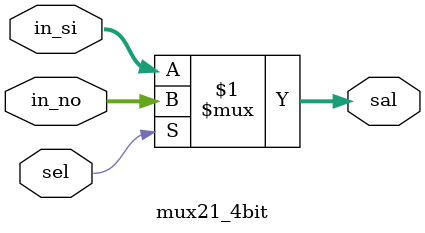
<source format=v>
module mux21_4bit (in_si,in_no,sel,sal);
	input [3:0] in_si;
	input [3:0] in_no;
	input sel;
	output [3:0] sal;

	assign sal = sel? in_no:in_si;
endmodule



</source>
